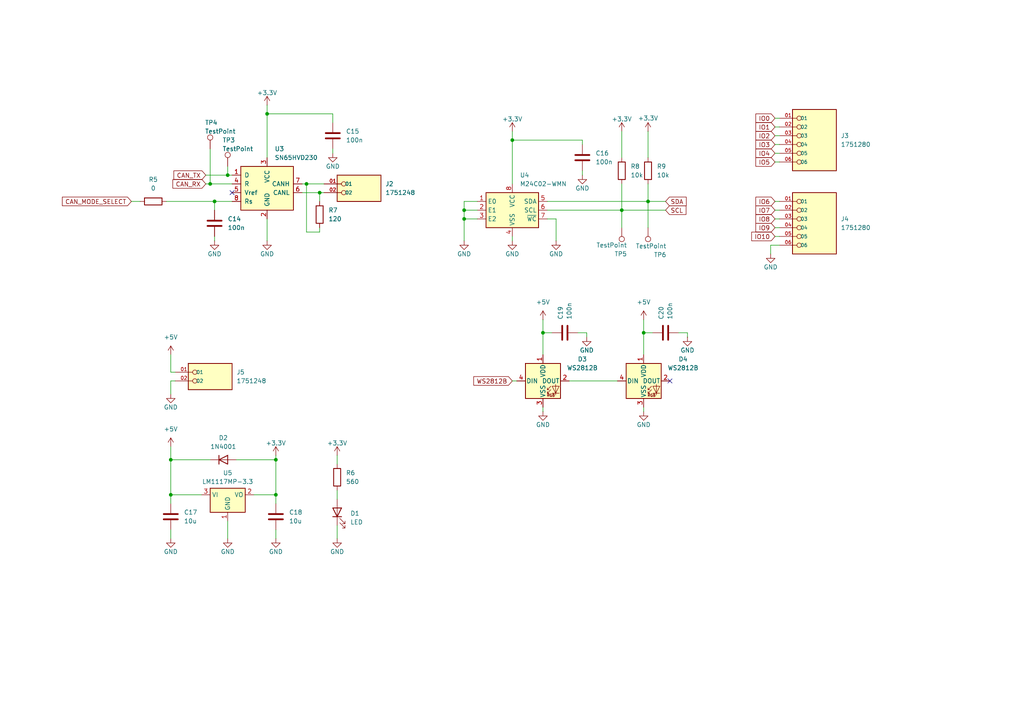
<source format=kicad_sch>
(kicad_sch (version 20231120) (generator "eeschema") (generator_version "8.0")
  (paper "A4")
  (lib_symbols
    (symbol "1751248:1751248" (pin_names (offset 1.016))
      (property "Reference" "J" (at -6.85 5.08 0))
      (property "Value" "1751248" (at -6.35 -5.08 0))
      (symbol "1751248_0_0"
        (rectangle (start -6.35 -2.54) (end 6.35 5.08) (stroke (width 0.254)) (fill (type background)))
        (circle (center -4.445 0) (radius 0.635) (stroke (width 0.1524)))
        (circle (center -4.445 2.54) (radius 0.635) (stroke (width 0.1524)))
        (pin passive line (at -10.16 2.54 0) (length 5.08) (name "01") (number "01"))
        (pin passive line (at -10.16 0 0) (length 5.08) (name "02") (number "02"))
      )
    )
    (symbol "1751280:1751280" (pin_names (offset 1.016))
      (property "Reference" "J" (at -6.85 10.16 0))
      (property "Value" "1751280" (at -6.35 -10.16 0))
      (symbol "1751280_0_0"
        (rectangle (start -6.35 -7.62) (end 6.35 10.16) (stroke (width 0.254)) (fill (type background)))
        (circle (center -4.445 -5.08) (radius 0.635) (stroke (width 0.1524)))
        (circle (center -4.445 -2.54) (radius 0.635) (stroke (width 0.1524)))
        (circle (center -4.445 0) (radius 0.635) (stroke (width 0.1524)))
        (circle (center -4.445 2.54) (radius 0.635) (stroke (width 0.1524)))
        (circle (center -4.445 5.08) (radius 0.635) (stroke (width 0.1524)))
        (circle (center -4.445 7.62) (radius 0.635) (stroke (width 0.1524)))
        (pin passive line (at -10.16 7.62 0) (length 5.08) (name "01") (number "01"))
        (pin passive line (at -10.16 5.08 0) (length 5.08) (name "02") (number "02"))
        (pin passive line (at -10.16 2.54 0) (length 5.08) (name "03") (number "03"))
        (pin passive line (at -10.16 0 0) (length 5.08) (name "04") (number "04"))
        (pin passive line (at -10.16 -2.54 0) (length 5.08) (name "05") (number "05"))
        (pin passive line (at -10.16 -5.08 0) (length 5.08) (name "06") (number "06"))
      )
    )
    (symbol "Connector:TestPoint" (pin_numbers hide) (pin_names (offset 0.762) hide)
      (property "Reference" "TP" (at 0 6.858 0))
      (property "Value" "TestPoint" (at 0 5.08 0))
      (symbol "TestPoint_0_1"
        (circle (center 0 3.302) (radius 0.762))
      )
      (symbol "TestPoint_1_1"
        (pin passive line (at 0 0 90) (length 2.54) (name "1") (number "1"))
      )
    )
    (symbol "Device:C" (pin_numbers hide) (pin_names (offset 0.254))
      (property "Reference" "C" (at 0.635 2.54 0))
      (property "Value" "C" (at 0.635 -2.54 0))
      (symbol "C_0_1"
        (polyline (pts (xy -2.032 -0.762) (xy 2.032 -0.762)) (stroke (width 0.508)))
        (polyline (pts (xy -2.032 0.762) (xy 2.032 0.762)) (stroke (width 0.508)))
      )
      (symbol "C_1_1"
        (pin passive line (at 0 3.81 270) (length 2.794) (name "~") (number "1"))
        (pin passive line (at 0 -3.81 90) (length 2.794) (name "~") (number "2"))
      )
    )
    (symbol "Device:D" (pin_numbers hide) (pin_names (offset 1.016) hide)
      (property "Reference" "D" (at 0 2.54 0))
      (property "Value" "D" (at 0 -2.54 0))
      (symbol "D_0_1"
        (polyline (pts (xy -1.27 1.27) (xy -1.27 -1.27)) (stroke (width 0.254)))
        (polyline (pts (xy 1.27 0) (xy -1.27 0)))
        (polyline (pts (xy 1.27 1.27) (xy 1.27 -1.27) (xy -1.27 0) (xy 1.27 1.27)) (stroke (width 0.254)))
      )
      (symbol "D_1_1"
        (pin passive line (at -3.81 0 0) (length 2.54) (name "K") (number "1"))
        (pin passive line (at 3.81 0 180) (length 2.54) (name "A") (number "2"))
      )
    )
    (symbol "Device:LED" (pin_numbers hide) (pin_names (offset 1.016) hide)
      (property "Reference" "D" (at 0 2.54 0))
      (property "Value" "LED" (at 0 -2.54 0))
      (symbol "LED_0_1"
        (polyline (pts (xy -1.27 -1.27) (xy -1.27 1.27)) (stroke (width 0.254)))
        (polyline (pts (xy -1.27 0) (xy 1.27 0)))
        (polyline (pts (xy 1.27 -1.27) (xy 1.27 1.27) (xy -1.27 0) (xy 1.27 -1.27)) (stroke (width 0.254)))
        (polyline (pts (xy -3.048 -0.762) (xy -4.572 -2.286) (xy -3.81 -2.286) (xy -4.572 -2.286) (xy -4.572 -1.524)))
        (polyline (pts (xy -1.778 -0.762) (xy -3.302 -2.286) (xy -2.54 -2.286) (xy -3.302 -2.286) (xy -3.302 -1.524)))
      )
      (symbol "LED_1_1"
        (pin passive line (at -3.81 0 0) (length 2.54) (name "K") (number "1"))
        (pin passive line (at 3.81 0 180) (length 2.54) (name "A") (number "2"))
      )
    )
    (symbol "Device:R" (pin_numbers hide) (pin_names (offset 0))
      (property "Reference" "R" (at 2.032 0 90))
      (property "Value" "R" (at 0 0 90))
      (symbol "R_0_1"
        (rectangle (start -1.016 -2.54) (end 1.016 2.54) (stroke (width 0.254)))
      )
      (symbol "R_1_1"
        (pin passive line (at 0 3.81 270) (length 1.27) (name "~") (number "1"))
        (pin passive line (at 0 -3.81 90) (length 1.27) (name "~") (number "2"))
      )
    )
    (symbol "Interface_CAN_LIN:SN65HVD230" (pin_names (offset 1.016))
      (property "Reference" "U" (at -2.54 10.16 0))
      (property "Value" "SN65HVD230" (at -2.54 7.62 0))
      (symbol "SN65HVD230_0_1"
        (rectangle (start -7.62 5.08) (end 7.62 -7.62) (stroke (width 0.254)) (fill (type background)))
      )
      (symbol "SN65HVD230_1_1"
        (pin input line (at -10.16 2.54 0) (length 2.54) (name "D") (number "1"))
        (pin power_in line (at 0 -10.16 90) (length 2.54) (name "GND") (number "2"))
        (pin power_in line (at 0 7.62 270) (length 2.54) (name "VCC") (number "3"))
        (pin output line (at -10.16 0 0) (length 2.54) (name "R") (number "4"))
        (pin output line (at -10.16 -2.54 0) (length 2.54) (name "Vref") (number "5"))
        (pin bidirectional line (at 10.16 -2.54 180) (length 2.54) (name "CANL") (number "6"))
        (pin bidirectional line (at 10.16 0 180) (length 2.54) (name "CANH") (number "7"))
        (pin input line (at -10.16 -5.08 0) (length 2.54) (name "Rs") (number "8"))
      )
    )
    (symbol "LED:WS2812B" (pin_names (offset 0.254))
      (property "Reference" "D" (at 5.08 5.715 0))
      (property "Value" "WS2812B" (at 1.27 -5.715 0))
      (symbol "WS2812B_0_0"
        (text "RGB" (at 2.286 -4.191 0) (effects (font (size 0.762 0.762))))
      )
      (symbol "WS2812B_0_1"
        (polyline (pts (xy 1.27 -3.556) (xy 1.778 -3.556)))
        (polyline (pts (xy 1.27 -2.54) (xy 1.778 -2.54)))
        (polyline (pts (xy 4.699 -3.556) (xy 2.667 -3.556)))
        (polyline (pts (xy 2.286 -2.54) (xy 1.27 -3.556) (xy 1.27 -3.048)))
        (polyline (pts (xy 2.286 -1.524) (xy 1.27 -2.54) (xy 1.27 -2.032)))
        (polyline (pts (xy 3.683 -1.016) (xy 3.683 -3.556) (xy 3.683 -4.064)))
        (polyline (pts (xy 4.699 -1.524) (xy 2.667 -1.524) (xy 3.683 -3.556) (xy 4.699 -1.524)))
        (rectangle (start 5.08 5.08) (end -5.08 -5.08) (stroke (width 0.254)) (fill (type background)))
      )
      (symbol "WS2812B_1_1"
        (pin power_in line (at 0 7.62 270) (length 2.54) (name "VDD") (number "1"))
        (pin output line (at 7.62 0 180) (length 2.54) (name "DOUT") (number "2"))
        (pin power_in line (at 0 -7.62 90) (length 2.54) (name "VSS") (number "3"))
        (pin input line (at -7.62 0 0) (length 2.54) (name "DIN") (number "4"))
      )
    )
    (symbol "Memory_EEPROM:M24C02-WMN"
      (property "Reference" "U" (at -6.35 6.35 0))
      (property "Value" "M24C02-WMN" (at 7.62 6.35 0))
      (symbol "M24C02-WMN_0_1"
        (rectangle (start -7.62 5.08) (end 7.62 -5.08) (stroke (width 0.254)) (fill (type background)))
      )
      (symbol "M24C02-WMN_1_1"
        (pin input line (at -10.16 2.54 0) (length 2.54) (name "E0") (number "1"))
        (pin input line (at -10.16 0 0) (length 2.54) (name "E1") (number "2"))
        (pin input line (at -10.16 -2.54 0) (length 2.54) (name "E2") (number "3"))
        (pin power_in line (at 0 -7.62 90) (length 2.54) (name "VSS") (number "4"))
        (pin bidirectional line (at 10.16 2.54 180) (length 2.54) (name "SDA") (number "5"))
        (pin input line (at 10.16 0 180) (length 2.54) (name "SCL") (number "6"))
        (pin input line (at 10.16 -2.54 180) (length 2.54) (name "~{WC}") (number "7"))
        (pin power_in line (at 0 7.62 270) (length 2.54) (name "VCC") (number "8"))
      )
    )
    (symbol "Regulator_Linear:LM1117MP-3.3"
      (property "Reference" "U" (at -3.81 3.175 0))
      (property "Value" "LM1117MP-3.3" (at 0 3.175 0))
      (symbol "LM1117MP-3.3_0_1"
        (rectangle (start -5.08 -5.08) (end 5.08 1.905) (stroke (width 0.254)) (fill (type background)))
      )
      (symbol "LM1117MP-3.3_1_1"
        (pin power_in line (at 0 -7.62 90) (length 2.54) (name "GND") (number "1"))
        (pin power_out line (at 7.62 0 180) (length 2.54) (name "VO") (number "2"))
        (pin power_in line (at -7.62 0 0) (length 2.54) (name "VI") (number "3"))
      )
    )
    (symbol "power:+3.3V" (power) (pin_numbers hide) (pin_names (offset 0) hide)
      (property "Value" "+3.3V" (at 0 3.556 0))
      (symbol "+3.3V_0_1"
        (polyline (pts (xy -0.762 1.27) (xy 0 2.54)))
        (polyline (pts (xy 0 0) (xy 0 2.54)))
        (polyline (pts (xy 0 2.54) (xy 0.762 1.27)))
      )
      (symbol "+3.3V_1_1"
        (pin power_in line (at 0 0 90) (length 0) (name "~") (number "1"))
      )
    )
    (symbol "power:+5V" (power) (pin_numbers hide) (pin_names (offset 0) hide)
      (property "Value" "+5V" (at 0 3.556 0))
      (symbol "+5V_0_1"
        (polyline (pts (xy -0.762 1.27) (xy 0 2.54)))
        (polyline (pts (xy 0 0) (xy 0 2.54)))
        (polyline (pts (xy 0 2.54) (xy 0.762 1.27)))
      )
      (symbol "+5V_1_1"
        (pin power_in line (at 0 0 90) (length 0) (name "~") (number "1"))
      )
    )
    (symbol "power:GND" (power) (pin_numbers hide) (pin_names (offset 0) hide)
      (property "Value" "GND" (at 0 -3.81 0))
      (symbol "GND_0_1"
        (polyline (pts (xy 0 0) (xy 0 -1.27) (xy 1.27 -1.27) (xy 0 -2.54) (xy -1.27 -1.27) (xy 0 -1.27)))
      )
      (symbol "GND_1_1"
        (pin power_in line (at 0 0 270) (length 0) (name "~") (number "1"))
      )
    )
  )
  (junction (at 88.9 53.34))
  (junction (at 134.62 63.5))
  (junction (at 134.62 60.96))
  (junction (at 77.47 33.02))
  (junction (at 80.01 133.35))
  (junction (at 187.96 58.42))
  (junction (at 49.53 133.35))
  (junction (at 66.04 50.8))
  (junction (at 80.01 143.51))
  (junction (at 157.48 96.52))
  (junction (at 60.96 53.34))
  (junction (at 148.59 40.64))
  (junction (at 62.23 58.42))
  (junction (at 92.71 55.88))
  (junction (at 180.34 60.96))
  (junction (at 49.53 143.51))
  (junction (at 186.69 96.52))
  (no_connect (at 194.31 110.49))
  (no_connect (at 67.31 55.88))
  (wire (pts (xy 68.58 133.35) (xy 80.01 133.35)))
  (wire (pts (xy 134.62 60.96) (xy 134.62 63.5)))
  (wire (pts (xy 157.48 102.87) (xy 157.48 96.52)))
  (wire (pts (xy 77.47 45.72) (xy 77.47 33.02)))
  (wire (pts (xy 92.71 55.88) (xy 92.71 58.42)))
  (wire (pts (xy 96.52 44.45) (xy 96.52 43.18)))
  (wire (pts (xy 138.43 58.42) (xy 134.62 58.42)))
  (wire (pts (xy 66.04 151.13) (xy 66.04 156.21)))
  (wire (pts (xy 97.79 134.62) (xy 97.79 132.08)))
  (wire (pts (xy 186.69 96.52) (xy 189.23 96.52)))
  (wire (pts (xy 148.59 38.1) (xy 148.59 40.64)))
  (wire (pts (xy 187.96 53.34) (xy 187.96 58.42)))
  (wire (pts (xy 224.79 60.96) (xy 226.06 60.96)))
  (wire (pts (xy 158.75 58.42) (xy 187.96 58.42)))
  (wire (pts (xy 134.62 63.5) (xy 138.43 63.5)))
  (wire (pts (xy 49.53 114.3) (xy 49.53 110.49)))
  (wire (pts (xy 48.26 58.42) (xy 62.23 58.42)))
  (wire (pts (xy 157.48 96.52) (xy 160.02 96.52)))
  (wire (pts (xy 87.63 53.34) (xy 88.9 53.34)))
  (wire (pts (xy 148.59 110.49) (xy 149.86 110.49)))
  (wire (pts (xy 60.96 43.18) (xy 60.96 53.34)))
  (wire (pts (xy 158.75 60.96) (xy 180.34 60.96)))
  (wire (pts (xy 148.59 69.85) (xy 148.59 68.58)))
  (wire (pts (xy 138.43 60.96) (xy 134.62 60.96)))
  (wire (pts (xy 62.23 69.85) (xy 62.23 68.58)))
  (wire (pts (xy 49.53 129.54) (xy 49.53 133.35)))
  (wire (pts (xy 49.53 156.21) (xy 49.53 153.67)))
  (wire (pts (xy 161.29 69.85) (xy 161.29 63.5)))
  (wire (pts (xy 96.52 33.02) (xy 96.52 35.56)))
  (wire (pts (xy 168.91 40.64) (xy 168.91 41.91)))
  (wire (pts (xy 38.1 58.42) (xy 40.64 58.42)))
  (wire (pts (xy 187.96 38.1) (xy 187.96 45.72)))
  (wire (pts (xy 66.04 50.8) (xy 67.31 50.8)))
  (wire (pts (xy 60.96 53.34) (xy 67.31 53.34)))
  (wire (pts (xy 97.79 152.4) (xy 97.79 156.21)))
  (wire (pts (xy 134.62 69.85) (xy 134.62 63.5)))
  (wire (pts (xy 134.62 58.42) (xy 134.62 60.96)))
  (wire (pts (xy 224.79 63.5) (xy 226.06 63.5)))
  (wire (pts (xy 168.91 50.8) (xy 168.91 49.53)))
  (wire (pts (xy 49.53 110.49) (xy 50.8 110.49)))
  (wire (pts (xy 223.52 71.12) (xy 226.06 71.12)))
  (wire (pts (xy 157.48 118.11) (xy 157.48 119.38)))
  (wire (pts (xy 196.85 96.52) (xy 199.39 96.52)))
  (wire (pts (xy 62.23 60.96) (xy 62.23 58.42)))
  (wire (pts (xy 224.79 46.99) (xy 226.06 46.99)))
  (wire (pts (xy 224.79 68.58) (xy 226.06 68.58)))
  (wire (pts (xy 161.29 63.5) (xy 158.75 63.5)))
  (wire (pts (xy 186.69 118.11) (xy 186.69 119.38)))
  (wire (pts (xy 49.53 143.51) (xy 49.53 146.05)))
  (wire (pts (xy 180.34 60.96) (xy 193.04 60.96)))
  (wire (pts (xy 58.42 143.51) (xy 49.53 143.51)))
  (wire (pts (xy 186.69 92.71) (xy 186.69 96.52)))
  (wire (pts (xy 92.71 55.88) (xy 93.98 55.88)))
  (wire (pts (xy 62.23 58.42) (xy 67.31 58.42)))
  (wire (pts (xy 187.96 58.42) (xy 193.04 58.42)))
  (wire (pts (xy 77.47 30.48) (xy 77.47 33.02)))
  (wire (pts (xy 148.59 53.34) (xy 148.59 40.64)))
  (wire (pts (xy 180.34 60.96) (xy 180.34 66.04)))
  (wire (pts (xy 180.34 38.1) (xy 180.34 45.72)))
  (wire (pts (xy 157.48 92.71) (xy 157.48 96.52)))
  (wire (pts (xy 97.79 142.24) (xy 97.79 144.78)))
  (wire (pts (xy 224.79 34.29) (xy 226.06 34.29)))
  (wire (pts (xy 187.96 58.42) (xy 187.96 66.04)))
  (wire (pts (xy 224.79 58.42) (xy 226.06 58.42)))
  (wire (pts (xy 224.79 36.83) (xy 226.06 36.83)))
  (wire (pts (xy 73.66 143.51) (xy 80.01 143.51)))
  (wire (pts (xy 66.04 48.26) (xy 66.04 50.8)))
  (wire (pts (xy 88.9 67.31) (xy 88.9 53.34)))
  (wire (pts (xy 224.79 44.45) (xy 226.06 44.45)))
  (wire (pts (xy 80.01 132.08) (xy 80.01 133.35)))
  (wire (pts (xy 167.64 96.52) (xy 170.18 96.52)))
  (wire (pts (xy 199.39 96.52) (xy 199.39 97.79)))
  (wire (pts (xy 170.18 96.52) (xy 170.18 97.79)))
  (wire (pts (xy 92.71 67.31) (xy 92.71 66.04)))
  (wire (pts (xy 92.71 67.31) (xy 88.9 67.31)))
  (wire (pts (xy 88.9 53.34) (xy 93.98 53.34)))
  (wire (pts (xy 148.59 40.64) (xy 168.91 40.64)))
  (wire (pts (xy 49.53 133.35) (xy 49.53 143.51)))
  (wire (pts (xy 80.01 156.21) (xy 80.01 153.67)))
  (wire (pts (xy 80.01 133.35) (xy 80.01 143.51)))
  (wire (pts (xy 80.01 143.51) (xy 80.01 146.05)))
  (wire (pts (xy 77.47 63.5) (xy 77.47 69.85)))
  (wire (pts (xy 87.63 55.88) (xy 92.71 55.88)))
  (wire (pts (xy 224.79 66.04) (xy 226.06 66.04)))
  (wire (pts (xy 60.96 133.35) (xy 49.53 133.35)))
  (wire (pts (xy 224.79 39.37) (xy 226.06 39.37)))
  (wire (pts (xy 223.52 73.66) (xy 223.52 71.12)))
  (wire (pts (xy 77.47 33.02) (xy 96.52 33.02)))
  (wire (pts (xy 50.8 107.95) (xy 49.53 107.95)))
  (wire (pts (xy 224.79 41.91) (xy 226.06 41.91)))
  (wire (pts (xy 165.1 110.49) (xy 179.07 110.49)))
  (wire (pts (xy 186.69 102.87) (xy 186.69 96.52)))
  (wire (pts (xy 49.53 107.95) (xy 49.53 102.87)))
  (wire (pts (xy 180.34 53.34) (xy 180.34 60.96)))
  (wire (pts (xy 59.69 50.8) (xy 66.04 50.8)))
  (wire (pts (xy 59.69 53.34) (xy 60.96 53.34)))
  (global_label "IO1" (shape input) (at 224.79 36.83 180) (property "Intersheetrefs" "${INTERSHEET_REFS}" (effects (hide yes))))
  (global_label "WS2812B" (shape input) (at 148.59 110.49 180) (property "Intersheetrefs" "${INTERSHEET_REFS}" (effects (hide yes))))
  (global_label "SDA" (shape input) (at 193.04 58.42 0) (property "Intersheetrefs" "${INTERSHEET_REFS}" (effects (hide yes))))
  (global_label "SCL" (shape input) (at 193.04 60.96 0) (property "Intersheetrefs" "${INTERSHEET_REFS}" (effects (hide yes))))
  (global_label "IO7" (shape input) (at 224.79 60.96 180) (property "Intersheetrefs" "${INTERSHEET_REFS}" (effects (hide yes))))
  (global_label "IO3" (shape input) (at 224.79 41.91 180) (property "Intersheetrefs" "${INTERSHEET_REFS}" (effects (hide yes))))
  (global_label "IO9" (shape input) (at 224.79 66.04 180) (property "Intersheetrefs" "${INTERSHEET_REFS}" (effects (hide yes))))
  (global_label "IO0" (shape input) (at 224.79 34.29 180) (property "Intersheetrefs" "${INTERSHEET_REFS}" (effects (hide yes))))
  (global_label "CAN_MODE_SELECT" (shape input) (at 38.1 58.42 180) (property "Intersheetrefs" "${INTERSHEET_REFS}" (effects (hide yes))))
  (global_label "IO4" (shape input) (at 224.79 44.45 180) (property "Intersheetrefs" "${INTERSHEET_REFS}" (effects (hide yes))))
  (global_label "CAN_TX" (shape input) (at 59.69 50.8 180) (property "Intersheetrefs" "${INTERSHEET_REFS}" (effects (hide yes))))
  (global_label "IO2" (shape input) (at 224.79 39.37 180) (property "Intersheetrefs" "${INTERSHEET_REFS}" (effects (hide yes))))
  (global_label "IO6" (shape input) (at 224.79 58.42 180) (property "Intersheetrefs" "${INTERSHEET_REFS}" (effects (hide yes))))
  (global_label "IO8" (shape input) (at 224.79 63.5 180) (property "Intersheetrefs" "${INTERSHEET_REFS}" (effects (hide yes))))
  (global_label "IO10" (shape input) (at 224.79 68.58 180) (property "Intersheetrefs" "${INTERSHEET_REFS}" (effects (hide yes))))
  (global_label "CAN_RX" (shape input) (at 59.69 53.34 180) (property "Intersheetrefs" "${INTERSHEET_REFS}" (effects (hide yes))))
  (global_label "IO5" (shape input) (at 224.79 46.99 180) (property "Intersheetrefs" "${INTERSHEET_REFS}" (effects (hide yes))))
  (symbol (lib_id "Connector:TestPoint") (at 187.96 66.04 180) (unit 1)
    (property "Reference" "TP6" (at 193.294 73.914 0) (effects (justify left)))
    (property "Value" "TestPoint" (at 193.294 71.374 0) (effects (justify left)))
    (property "Footprint" "TestPoint:TestPoint_Pad_D1.0mm" (effects (hide yes)))
    (property "Description" "test point" (effects (hide yes)))
  )
  (symbol (lib_id "power:GND") (at 134.62 69.85 0) (unit 1)
    (property "Reference" "#PWR028" (effects (hide yes)))
    (property "Value" "GND" (at 134.62 73.66 0))
    (property "Description" "Power symbol creates a global label with name \"GND\" , ground" (effects (hide yes)))
  )
  (symbol (lib_id "power:+3.3V") (at 77.47 30.48 0) (unit 1)
    (property "Reference" "#PWR024" (effects (hide yes)))
    (property "Value" "+3.3V" (at 77.47 26.924 0))
    (property "Description" "Power symbol creates a global label with name \"+3.3V\"" (effects (hide yes)))
  )
  (symbol (lib_id "LED:WS2812B") (at 157.48 110.49 0) (unit 1)
    (property "Reference" "D3" (at 168.91 104.1714 0))
    (property "Value" "WS2812B" (at 168.91 106.7114 0))
    (property "Footprint" "LED_SMD:LED_WS2812B_PLCC4_5.0x5.0mm_P3.2mm" (effects (hide yes)))
    (property "Datasheet" "https://cdn-shop.adafruit.com/datasheets/WS2812B.pdf" (effects (hide yes)))
    (property "Description" "RGB LED with integrated controller" (effects (hide yes)))
  )
  (symbol (lib_id "Device:R") (at 180.34 49.53 0) (unit 1)
    (property "Reference" "R8" (at 182.88 48.2599 0) (effects (justify left)))
    (property "Value" "10k" (at 182.88 50.7999 0) (effects (justify left)))
    (property "Footprint" "Resistor_SMD:R_0603_1608Metric_Pad0.98x0.95mm_HandSolder" (effects (hide yes)))
    (property "Description" "Resistor" (effects (hide yes)))
  )
  (symbol (lib_id "power:+3.3V") (at 97.79 132.08 0) (unit 1)
    (property "Reference" "#PWR037" (effects (hide yes)))
    (property "Value" "+3.3V" (at 97.79 128.524 0))
    (property "Description" "Power symbol creates a global label with name \"+3.3V\"" (effects (hide yes)))
  )
  (symbol (lib_id "power:GND") (at 161.29 69.85 0) (unit 1)
    (property "Reference" "#PWR031" (effects (hide yes)))
    (property "Value" "GND" (at 161.29 73.66 0))
    (property "Description" "Power symbol creates a global label with name \"GND\" , ground" (effects (hide yes)))
  )
  (symbol (lib_id "1751280:1751280") (at 236.22 66.04 0) (unit 1)
    (property "Reference" "J4" (at 243.84 63.4999 0) (effects (justify left)))
    (property "Value" "1751280" (at 243.84 66.0399 0) (effects (justify left)))
    (property "Footprint" "1751280:PHOENIX_1751280" (effects (hide yes)))
    (property "PARTREV" "03.03.2021" (effects (hide yes)))
    (property "STANDARD" "Manufacturer Recommendations" (effects (hide yes)))
    (property "MANUFACTURER" "Phoenix Contact" (effects (hide yes)))
  )
  (symbol (lib_id "Interface_CAN_LIN:SN65HVD230") (at 77.47 53.34 0) (unit 1)
    (property "Reference" "U3" (at 79.6641 43.18 0) (effects (justify left)))
    (property "Value" "SN65HVD230" (at 79.6641 45.72 0) (effects (justify left)))
    (property "Footprint" "Package_SO:SOIC-8_3.9x4.9mm_P1.27mm" (effects (hide yes)))
    (property "Datasheet" "http://www.ti.com/lit/ds/symlink/sn65hvd230.pdf" (effects (hide yes)))
    (property "Description" "CAN Bus Transceivers, 3.3V, 1Mbps, Low-Power capabilities, SOIC-8" (effects (hide yes)))
  )
  (symbol (lib_id "LED:WS2812B") (at 186.69 110.49 0) (unit 1)
    (property "Reference" "D4" (at 198.12 104.1714 0))
    (property "Value" "WS2812B" (at 198.12 106.7114 0))
    (property "Footprint" "LED_SMD:LED_WS2812B_PLCC4_5.0x5.0mm_P3.2mm" (effects (hide yes)))
    (property "Datasheet" "https://cdn-shop.adafruit.com/datasheets/WS2812B.pdf" (effects (hide yes)))
    (property "Description" "RGB LED with integrated controller" (effects (hide yes)))
  )
  (symbol (lib_id "Connector:TestPoint") (at 66.04 48.26 0) (unit 1)
    (property "Reference" "TP3" (at 64.516 40.64 0) (effects (justify left)))
    (property "Value" "TestPoint" (at 64.516 43.18 0) (effects (justify left)))
    (property "Footprint" "TestPoint:TestPoint_Pad_D1.0mm" (effects (hide yes)))
    (property "Description" "test point" (effects (hide yes)))
  )
  (symbol (lib_id "Memory_EEPROM:M24C02-WMN") (at 148.59 60.96 0) (unit 1)
    (property "Reference" "U4" (at 150.7841 50.8 0) (effects (justify left)))
    (property "Value" "M24C02-WMN" (at 150.7841 53.34 0) (effects (justify left)))
    (property "Footprint" "Package_SO:SOIC-8_3.9x4.9mm_P1.27mm" (effects (hide yes)))
    (property "Datasheet" "http://www.st.com/content/ccc/resource/technical/document/datasheet/b0/d8/50/40/5a/85/49/6f/DM00071904.pdf/files/DM00071904.pdf/jcr:content/translations/en.DM00071904.pdf" (effects (hide yes)))
    (property "Description" "2Kb (256x8) I2C Serial EEPROM, 2.5-5.5V, SOIC-8" (effects (hide yes)))
  )
  (symbol (lib_id "Device:R") (at 187.96 49.53 0) (unit 1)
    (property "Reference" "R9" (at 190.5 48.2599 0) (effects (justify left)))
    (property "Value" "10k" (at 190.5 50.7999 0) (effects (justify left)))
    (property "Footprint" "Resistor_SMD:R_0603_1608Metric_Pad0.98x0.95mm_HandSolder" (effects (hide yes)))
    (property "Description" "Resistor" (effects (hide yes)))
  )
  (symbol (lib_id "Device:R") (at 92.71 62.23 0) (unit 1)
    (property "Reference" "R7" (at 95.25 60.9599 0) (effects (justify left)))
    (property "Value" "120" (at 95.25 63.4999 0) (effects (justify left)))
    (property "Footprint" "Resistor_SMD:R_0603_1608Metric_Pad0.98x0.95mm_HandSolder" (effects (hide yes)))
    (property "Description" "Resistor" (effects (hide yes)))
  )
  (symbol (lib_id "Device:C") (at 49.53 149.86 0) (unit 1)
    (property "Reference" "C17" (at 53.34 148.5899 0) (effects (justify left)))
    (property "Value" "10u" (at 53.34 151.1299 0) (effects (justify left)))
    (property "Footprint" "Capacitor_SMD:C_0603_1608Metric_Pad1.08x0.95mm_HandSolder" (effects (hide yes)))
    (property "Description" "Unpolarized capacitor" (effects (hide yes)))
  )
  (symbol (lib_id "Device:R") (at 97.79 138.43 0) (unit 1)
    (property "Reference" "R6" (at 100.33 137.1599 0) (effects (justify left)))
    (property "Value" "560" (at 100.33 139.6999 0) (effects (justify left)))
    (property "Footprint" "Resistor_SMD:R_0603_1608Metric_Pad0.98x0.95mm_HandSolder" (effects (hide yes)))
    (property "Description" "Resistor" (effects (hide yes)))
  )
  (symbol (lib_id "Device:C") (at 96.52 39.37 0) (unit 1)
    (property "Reference" "C15" (at 100.33 38.0999 0) (effects (justify left)))
    (property "Value" "100n" (at 100.33 40.6399 0) (effects (justify left)))
    (property "Footprint" "Capacitor_SMD:C_0603_1608Metric_Pad1.08x0.95mm_HandSolder" (effects (hide yes)))
    (property "Description" "Unpolarized capacitor" (effects (hide yes)))
  )
  (symbol (lib_id "power:GND") (at 186.69 119.38 0) (unit 1)
    (property "Reference" "#PWR040" (effects (hide yes)))
    (property "Value" "GND" (at 186.69 123.19 0))
    (property "Description" "Power symbol creates a global label with name \"GND\" , ground" (effects (hide yes)))
  )
  (symbol (lib_id "power:+3.3V") (at 187.96 38.1 0) (unit 1)
    (property "Reference" "#PWR054" (effects (hide yes)))
    (property "Value" "+3.3V" (at 187.96 34.29 0))
    (property "Description" "Power symbol creates a global label with name \"+3.3V\"" (effects (hide yes)))
  )
  (symbol (lib_id "power:GND") (at 199.39 97.79 0) (unit 1)
    (property "Reference" "#PWR042" (effects (hide yes)))
    (property "Value" "GND" (at 199.39 101.6 0))
    (property "Description" "Power symbol creates a global label with name \"GND\" , ground" (effects (hide yes)))
  )
  (symbol (lib_id "power:GND") (at 66.04 156.21 0) (unit 1)
    (property "Reference" "#PWR034" (effects (hide yes)))
    (property "Value" "GND" (at 66.04 160.02 0))
    (property "Description" "Power symbol creates a global label with name \"GND\" , ground" (effects (hide yes)))
  )
  (symbol (lib_id "1751248:1751248") (at 60.96 110.49 0) (unit 1)
    (property "Reference" "J5" (at 68.58 107.9499 0) (effects (justify left)))
    (property "Value" "1751248" (at 68.58 110.4899 0) (effects (justify left)))
    (property "Footprint" "1751248:PHOENIX_1751248" (effects (hide yes)))
    (property "PARTREV" "03.03.2021" (effects (hide yes)))
    (property "STANDARD" "Manufacturer Recommendations" (effects (hide yes)))
    (property "MANUFACTURER" "Phoenix Contact" (effects (hide yes)))
  )
  (symbol (lib_id "power:GND") (at 80.01 156.21 0) (unit 1)
    (property "Reference" "#PWR033" (effects (hide yes)))
    (property "Value" "GND" (at 80.01 160.02 0))
    (property "Description" "Power symbol creates a global label with name \"GND\" , ground" (effects (hide yes)))
  )
  (symbol (lib_id "power:+5V") (at 49.53 129.54 0) (unit 1)
    (property "Reference" "#PWR036" (effects (hide yes)))
    (property "Value" "+5V" (at 49.53 124.46 0))
    (property "Description" "Power symbol creates a global label with name \"+5V\"" (effects (hide yes)))
  )
  (symbol (lib_id "power:+5V") (at 49.53 102.87 0) (unit 1)
    (property "Reference" "#PWR046" (effects (hide yes)))
    (property "Value" "+5V" (at 49.53 97.79 0))
    (property "Description" "Power symbol creates a global label with name \"+5V\"" (effects (hide yes)))
  )
  (symbol (lib_id "1751280:1751280") (at 236.22 41.91 0) (unit 1)
    (property "Reference" "J3" (at 243.84 39.3699 0) (effects (justify left)))
    (property "Value" "1751280" (at 243.84 41.9099 0) (effects (justify left)))
    (property "Footprint" "1751280:PHOENIX_1751280" (effects (hide yes)))
    (property "PARTREV" "03.03.2021" (effects (hide yes)))
    (property "STANDARD" "Manufacturer Recommendations" (effects (hide yes)))
    (property "MANUFACTURER" "Phoenix Contact" (effects (hide yes)))
  )
  (symbol (lib_id "power:GND") (at 168.91 50.8 0) (unit 1)
    (property "Reference" "#PWR029" (effects (hide yes)))
    (property "Value" "GND" (at 168.91 54.61 0))
    (property "Description" "Power symbol creates a global label with name \"GND\" , ground" (effects (hide yes)))
  )
  (symbol (lib_id "Regulator_Linear:LM1117MP-3.3") (at 66.04 143.51 0) (unit 1)
    (property "Reference" "U5" (at 66.04 137.16 0))
    (property "Value" "LM1117MP-3.3" (at 66.04 139.7 0))
    (property "Footprint" "Package_TO_SOT_SMD:SOT-223-3_TabPin2" (effects (hide yes)))
    (property "Datasheet" "http://www.ti.com/lit/ds/symlink/lm1117.pdf" (effects (hide yes)))
    (property "Description" "800mA Low-Dropout Linear Regulator, 3.3V fixed output, SOT-223" (effects (hide yes)))
  )
  (symbol (lib_id "power:GND") (at 96.52 44.45 0) (unit 1)
    (property "Reference" "#PWR023" (effects (hide yes)))
    (property "Value" "GND" (at 96.52 48.26 0))
    (property "Description" "Power symbol creates a global label with name \"GND\" , ground" (effects (hide yes)))
  )
  (symbol (lib_id "power:GND") (at 62.23 69.85 0) (unit 1)
    (property "Reference" "#PWR022" (effects (hide yes)))
    (property "Value" "GND" (at 62.23 73.66 0))
    (property "Description" "Power symbol creates a global label with name \"GND\" , ground" (effects (hide yes)))
  )
  (symbol (lib_id "power:+5V") (at 157.48 92.71 0) (unit 1)
    (property "Reference" "#PWR043" (effects (hide yes)))
    (property "Value" "+5V" (at 157.48 87.63 0))
    (property "Description" "Power symbol creates a global label with name \"+5V\"" (effects (hide yes)))
  )
  (symbol (lib_id "power:GND") (at 157.48 119.38 0) (unit 1)
    (property "Reference" "#PWR039" (effects (hide yes)))
    (property "Value" "GND" (at 157.48 123.19 0))
    (property "Description" "Power symbol creates a global label with name \"GND\" , ground" (effects (hide yes)))
  )
  (symbol (lib_id "power:GND") (at 148.59 69.85 0) (unit 1)
    (property "Reference" "#PWR027" (effects (hide yes)))
    (property "Value" "GND" (at 148.59 73.66 0))
    (property "Description" "Power symbol creates a global label with name \"GND\" , ground" (effects (hide yes)))
  )
  (symbol (lib_id "Device:LED") (at 97.79 148.59 90) (unit 1)
    (property "Reference" "D1" (at 101.6 148.9074 90) (effects (justify right)))
    (property "Value" "LED" (at 101.6 151.4474 90) (effects (justify right)))
    (property "Footprint" "LED_SMD:LED_0603_1608Metric_Pad1.05x0.95mm_HandSolder" (effects (hide yes)))
    (property "Description" "Light emitting diode" (effects (hide yes)))
  )
  (symbol (lib_id "power:GND") (at 77.47 69.85 0) (unit 1)
    (property "Reference" "#PWR025" (effects (hide yes)))
    (property "Value" "GND" (at 77.47 73.66 0))
    (property "Description" "Power symbol creates a global label with name \"GND\" , ground" (effects (hide yes)))
  )
  (symbol (lib_id "1751248:1751248") (at 104.14 55.88 0) (unit 1)
    (property "Reference" "J2" (at 111.76 53.3399 0) (effects (justify left)))
    (property "Value" "1751248" (at 111.76 55.8799 0) (effects (justify left)))
    (property "Footprint" "1751248:PHOENIX_1751248" (effects (hide yes)))
    (property "PARTREV" "03.03.2021" (effects (hide yes)))
    (property "STANDARD" "Manufacturer Recommendations" (effects (hide yes)))
    (property "MANUFACTURER" "Phoenix Contact" (effects (hide yes)))
  )
  (symbol (lib_id "Device:D") (at 64.77 133.35 0) (unit 1)
    (property "Reference" "D2" (at 64.77 127 0))
    (property "Value" "1N4001" (at 64.77 129.54 0))
    (property "Footprint" "Diode_SMD:D_SMA_Handsoldering" (effects (hide yes)))
    (property "Description" "Diode" (effects (hide yes)))
    (property "Sim.Device" "D" (effects (hide yes)))
    (property "Sim.Pins" "1=K 2=A" (effects (hide yes)))
  )
  (symbol (lib_id "power:+3.3V") (at 180.34 38.1 0) (unit 1)
    (property "Reference" "#PWR026" (effects (hide yes)))
    (property "Value" "+3.3V" (at 180.34 34.544 0))
    (property "Description" "Power symbol creates a global label with name \"+3.3V\"" (effects (hide yes)))
  )
  (symbol (lib_id "Device:R") (at 44.45 58.42 90) (unit 1)
    (property "Reference" "R5" (at 44.45 52.07 90))
    (property "Value" "0" (at 44.45 54.61 90))
    (property "Footprint" "Resistor_SMD:R_0603_1608Metric_Pad0.98x0.95mm_HandSolder" (effects (hide yes)))
    (property "Description" "Resistor" (effects (hide yes)))
  )
  (symbol (lib_id "Device:C") (at 168.91 45.72 0) (unit 1)
    (property "Reference" "C16" (at 172.72 44.4499 0) (effects (justify left)))
    (property "Value" "100n" (at 172.72 46.9899 0) (effects (justify left)))
    (property "Footprint" "Capacitor_SMD:C_0603_1608Metric_Pad1.08x0.95mm_HandSolder" (effects (hide yes)))
    (property "Description" "Unpolarized capacitor" (effects (hide yes)))
  )
  (symbol (lib_id "power:GND") (at 170.18 97.79 0) (unit 1)
    (property "Reference" "#PWR041" (effects (hide yes)))
    (property "Value" "GND" (at 170.18 101.6 0))
    (property "Description" "Power symbol creates a global label with name \"GND\" , ground" (effects (hide yes)))
  )
  (symbol (lib_id "Connector:TestPoint") (at 60.96 43.18 0) (unit 1)
    (property "Reference" "TP4" (at 59.436 35.56 0) (effects (justify left)))
    (property "Value" "TestPoint" (at 59.436 38.1 0) (effects (justify left)))
    (property "Footprint" "TestPoint:TestPoint_Pad_D1.0mm" (effects (hide yes)))
    (property "Description" "test point" (effects (hide yes)))
  )
  (symbol (lib_id "power:GND") (at 223.52 73.66 0) (unit 1)
    (property "Reference" "#PWR052" (effects (hide yes)))
    (property "Value" "GND" (at 223.52 77.47 0))
    (property "Description" "Power symbol creates a global label with name \"GND\" , ground" (effects (hide yes)))
  )
  (symbol (lib_id "power:+3.3V") (at 80.01 132.08 0) (unit 1)
    (property "Reference" "#PWR035" (effects (hide yes)))
    (property "Value" "+3.3V" (at 80.01 128.524 0))
    (property "Description" "Power symbol creates a global label with name \"+3.3V\"" (effects (hide yes)))
  )
  (symbol (lib_id "Device:C") (at 62.23 64.77 0) (unit 1)
    (property "Reference" "C14" (at 66.04 63.4999 0) (effects (justify left)))
    (property "Value" "100n" (at 66.04 66.0399 0) (effects (justify left)))
    (property "Footprint" "Capacitor_SMD:C_0603_1608Metric_Pad1.08x0.95mm_HandSolder" (effects (hide yes)))
    (property "Description" "Unpolarized capacitor" (effects (hide yes)))
  )
  (symbol (lib_id "power:GND") (at 49.53 156.21 0) (unit 1)
    (property "Reference" "#PWR032" (effects (hide yes)))
    (property "Value" "GND" (at 49.53 160.02 0))
    (property "Description" "Power symbol creates a global label with name \"GND\" , ground" (effects (hide yes)))
  )
  (symbol (lib_id "Connector:TestPoint") (at 180.34 66.04 180) (unit 1)
    (property "Reference" "TP5" (at 181.864 73.66 0) (effects (justify left)))
    (property "Value" "TestPoint" (at 181.864 71.12 0) (effects (justify left)))
    (property "Footprint" "TestPoint:TestPoint_Pad_D1.0mm" (effects (hide yes)))
    (property "Description" "test point" (effects (hide yes)))
  )
  (symbol (lib_id "power:+5V") (at 186.69 92.71 0) (unit 1)
    (property "Reference" "#PWR044" (effects (hide yes)))
    (property "Value" "+5V" (at 186.69 87.63 0))
    (property "Description" "Power symbol creates a global label with name \"+5V\"" (effects (hide yes)))
  )
  (symbol (lib_id "Device:C") (at 163.83 96.52 90) (unit 1)
    (property "Reference" "C19" (at 162.5599 92.71 0) (effects (justify left)))
    (property "Value" "100n" (at 165.0999 92.71 0) (effects (justify left)))
    (property "Footprint" "Capacitor_SMD:C_0603_1608Metric_Pad1.08x0.95mm_HandSolder" (effects (hide yes)))
    (property "Description" "Unpolarized capacitor" (effects (hide yes)))
  )
  (symbol (lib_id "Device:C") (at 80.01 149.86 0) (unit 1)
    (property "Reference" "C18" (at 83.82 148.5899 0) (effects (justify left)))
    (property "Value" "10u" (at 83.82 151.1299 0) (effects (justify left)))
    (property "Footprint" "Capacitor_SMD:C_0603_1608Metric_Pad1.08x0.95mm_HandSolder" (effects (hide yes)))
    (property "Description" "Unpolarized capacitor" (effects (hide yes)))
  )
  (symbol (lib_id "power:+3.3V") (at 148.59 38.1 0) (unit 1)
    (property "Reference" "#PWR030" (effects (hide yes)))
    (property "Value" "+3.3V" (at 148.59 34.544 0))
    (property "Description" "Power symbol creates a global label with name \"+3.3V\"" (effects (hide yes)))
  )
  (symbol (lib_id "Device:C") (at 193.04 96.52 90) (unit 1)
    (property "Reference" "C20" (at 191.7699 92.71 0) (effects (justify left)))
    (property "Value" "100n" (at 194.3099 92.71 0) (effects (justify left)))
    (property "Footprint" "Capacitor_SMD:C_0603_1608Metric_Pad1.08x0.95mm_HandSolder" (effects (hide yes)))
    (property "Description" "Unpolarized capacitor" (effects (hide yes)))
  )
  (symbol (lib_id "power:GND") (at 49.53 114.3 0) (unit 1)
    (property "Reference" "#PWR045" (effects (hide yes)))
    (property "Value" "GND" (at 49.53 118.11 0))
    (property "Description" "Power symbol creates a global label with name \"GND\" , ground" (effects (hide yes)))
  )
  (symbol (lib_id "power:GND") (at 97.79 156.21 0) (unit 1)
    (property "Reference" "#PWR038" (effects (hide yes)))
    (property "Value" "GND" (at 97.79 160.02 0))
    (property "Description" "Power symbol creates a global label with name \"GND\" , ground" (effects (hide yes)))
  )
)
</source>
